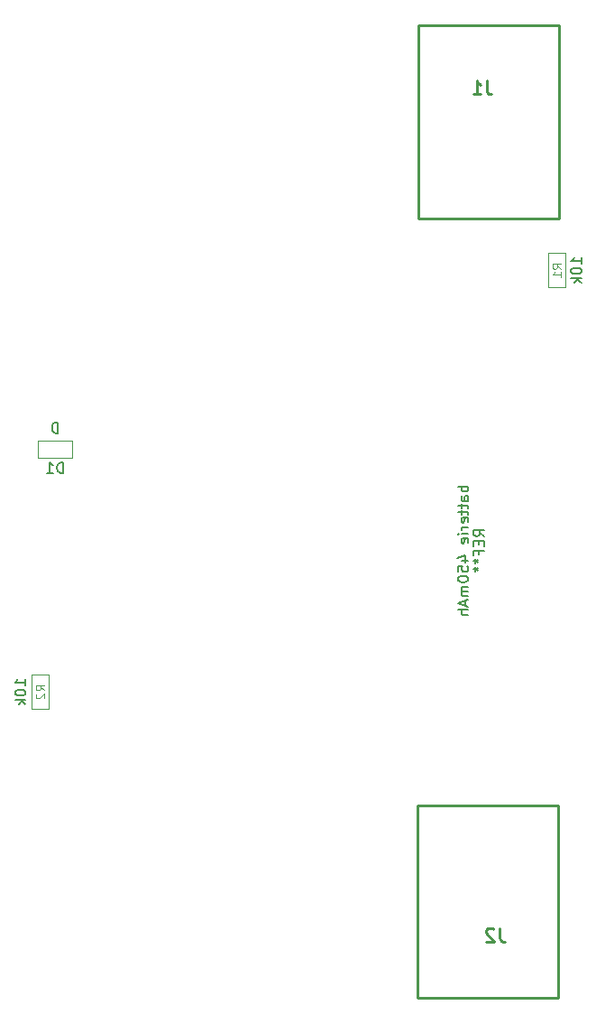
<source format=gbr>
%TF.GenerationSoftware,KiCad,Pcbnew,9.0.2*%
%TF.CreationDate,2025-07-03T17:47:10+02:00*%
%TF.ProjectId,PCB_accueil_STM,5043425f-6163-4637-9565-696c5f53544d,rev?*%
%TF.SameCoordinates,Original*%
%TF.FileFunction,AssemblyDrawing,Bot*%
%FSLAX46Y46*%
G04 Gerber Fmt 4.6, Leading zero omitted, Abs format (unit mm)*
G04 Created by KiCad (PCBNEW 9.0.2) date 2025-07-03 17:47:10*
%MOMM*%
%LPD*%
G01*
G04 APERTURE LIST*
%ADD10C,0.254000*%
%ADD11C,0.150000*%
%ADD12C,0.120000*%
%ADD13C,0.100000*%
G04 APERTURE END LIST*
D10*
X131789732Y-56262118D02*
X131789732Y-57169261D01*
X131789732Y-57169261D02*
X131850209Y-57350689D01*
X131850209Y-57350689D02*
X131971161Y-57471642D01*
X131971161Y-57471642D02*
X132152590Y-57532118D01*
X132152590Y-57532118D02*
X132273542Y-57532118D01*
X130519732Y-57532118D02*
X131245447Y-57532118D01*
X130882590Y-57532118D02*
X130882590Y-56262118D01*
X130882590Y-56262118D02*
X131003542Y-56443546D01*
X131003542Y-56443546D02*
X131124494Y-56564499D01*
X131124494Y-56564499D02*
X131245447Y-56624975D01*
D11*
X88499819Y-112950221D02*
X88499819Y-112378793D01*
X88499819Y-112664507D02*
X87499819Y-112664507D01*
X87499819Y-112664507D02*
X87642676Y-112569269D01*
X87642676Y-112569269D02*
X87737914Y-112474031D01*
X87737914Y-112474031D02*
X87785533Y-112378793D01*
X87499819Y-113569269D02*
X87499819Y-113664507D01*
X87499819Y-113664507D02*
X87547438Y-113759745D01*
X87547438Y-113759745D02*
X87595057Y-113807364D01*
X87595057Y-113807364D02*
X87690295Y-113854983D01*
X87690295Y-113854983D02*
X87880771Y-113902602D01*
X87880771Y-113902602D02*
X88118866Y-113902602D01*
X88118866Y-113902602D02*
X88309342Y-113854983D01*
X88309342Y-113854983D02*
X88404580Y-113807364D01*
X88404580Y-113807364D02*
X88452200Y-113759745D01*
X88452200Y-113759745D02*
X88499819Y-113664507D01*
X88499819Y-113664507D02*
X88499819Y-113569269D01*
X88499819Y-113569269D02*
X88452200Y-113474031D01*
X88452200Y-113474031D02*
X88404580Y-113426412D01*
X88404580Y-113426412D02*
X88309342Y-113378793D01*
X88309342Y-113378793D02*
X88118866Y-113331174D01*
X88118866Y-113331174D02*
X87880771Y-113331174D01*
X87880771Y-113331174D02*
X87690295Y-113378793D01*
X87690295Y-113378793D02*
X87595057Y-113426412D01*
X87595057Y-113426412D02*
X87547438Y-113474031D01*
X87547438Y-113474031D02*
X87499819Y-113569269D01*
X88499819Y-114331174D02*
X87499819Y-114331174D01*
X88118866Y-114426412D02*
X88499819Y-114712126D01*
X87833152Y-114712126D02*
X88214104Y-114331174D01*
D12*
X90258855Y-113412127D02*
X89877902Y-113145460D01*
X90258855Y-112954984D02*
X89458855Y-112954984D01*
X89458855Y-112954984D02*
X89458855Y-113259746D01*
X89458855Y-113259746D02*
X89496950Y-113335936D01*
X89496950Y-113335936D02*
X89535045Y-113374031D01*
X89535045Y-113374031D02*
X89611236Y-113412127D01*
X89611236Y-113412127D02*
X89725521Y-113412127D01*
X89725521Y-113412127D02*
X89801712Y-113374031D01*
X89801712Y-113374031D02*
X89839807Y-113335936D01*
X89839807Y-113335936D02*
X89877902Y-113259746D01*
X89877902Y-113259746D02*
X89877902Y-112954984D01*
X89535045Y-113716888D02*
X89496950Y-113754984D01*
X89496950Y-113754984D02*
X89458855Y-113831174D01*
X89458855Y-113831174D02*
X89458855Y-114021650D01*
X89458855Y-114021650D02*
X89496950Y-114097841D01*
X89496950Y-114097841D02*
X89535045Y-114135936D01*
X89535045Y-114135936D02*
X89611236Y-114174031D01*
X89611236Y-114174031D02*
X89687426Y-114174031D01*
X89687426Y-114174031D02*
X89801712Y-114135936D01*
X89801712Y-114135936D02*
X90258855Y-113678793D01*
X90258855Y-113678793D02*
X90258855Y-114174031D01*
D11*
X130074019Y-94307259D02*
X129074019Y-94307259D01*
X129454971Y-94307259D02*
X129407352Y-94402497D01*
X129407352Y-94402497D02*
X129407352Y-94592973D01*
X129407352Y-94592973D02*
X129454971Y-94688211D01*
X129454971Y-94688211D02*
X129502590Y-94735830D01*
X129502590Y-94735830D02*
X129597828Y-94783449D01*
X129597828Y-94783449D02*
X129883542Y-94783449D01*
X129883542Y-94783449D02*
X129978780Y-94735830D01*
X129978780Y-94735830D02*
X130026400Y-94688211D01*
X130026400Y-94688211D02*
X130074019Y-94592973D01*
X130074019Y-94592973D02*
X130074019Y-94402497D01*
X130074019Y-94402497D02*
X130026400Y-94307259D01*
X130074019Y-95640592D02*
X129550209Y-95640592D01*
X129550209Y-95640592D02*
X129454971Y-95592973D01*
X129454971Y-95592973D02*
X129407352Y-95497735D01*
X129407352Y-95497735D02*
X129407352Y-95307259D01*
X129407352Y-95307259D02*
X129454971Y-95212021D01*
X130026400Y-95640592D02*
X130074019Y-95545354D01*
X130074019Y-95545354D02*
X130074019Y-95307259D01*
X130074019Y-95307259D02*
X130026400Y-95212021D01*
X130026400Y-95212021D02*
X129931161Y-95164402D01*
X129931161Y-95164402D02*
X129835923Y-95164402D01*
X129835923Y-95164402D02*
X129740685Y-95212021D01*
X129740685Y-95212021D02*
X129693066Y-95307259D01*
X129693066Y-95307259D02*
X129693066Y-95545354D01*
X129693066Y-95545354D02*
X129645447Y-95640592D01*
X129407352Y-95973926D02*
X129407352Y-96354878D01*
X129074019Y-96116783D02*
X129931161Y-96116783D01*
X129931161Y-96116783D02*
X130026400Y-96164402D01*
X130026400Y-96164402D02*
X130074019Y-96259640D01*
X130074019Y-96259640D02*
X130074019Y-96354878D01*
X129407352Y-96545355D02*
X129407352Y-96926307D01*
X129074019Y-96688212D02*
X129931161Y-96688212D01*
X129931161Y-96688212D02*
X130026400Y-96735831D01*
X130026400Y-96735831D02*
X130074019Y-96831069D01*
X130074019Y-96831069D02*
X130074019Y-96926307D01*
X130026400Y-97640593D02*
X130074019Y-97545355D01*
X130074019Y-97545355D02*
X130074019Y-97354879D01*
X130074019Y-97354879D02*
X130026400Y-97259641D01*
X130026400Y-97259641D02*
X129931161Y-97212022D01*
X129931161Y-97212022D02*
X129550209Y-97212022D01*
X129550209Y-97212022D02*
X129454971Y-97259641D01*
X129454971Y-97259641D02*
X129407352Y-97354879D01*
X129407352Y-97354879D02*
X129407352Y-97545355D01*
X129407352Y-97545355D02*
X129454971Y-97640593D01*
X129454971Y-97640593D02*
X129550209Y-97688212D01*
X129550209Y-97688212D02*
X129645447Y-97688212D01*
X129645447Y-97688212D02*
X129740685Y-97212022D01*
X130074019Y-98116784D02*
X129407352Y-98116784D01*
X129597828Y-98116784D02*
X129502590Y-98164403D01*
X129502590Y-98164403D02*
X129454971Y-98212022D01*
X129454971Y-98212022D02*
X129407352Y-98307260D01*
X129407352Y-98307260D02*
X129407352Y-98402498D01*
X130074019Y-98735832D02*
X129407352Y-98735832D01*
X129074019Y-98735832D02*
X129121638Y-98688213D01*
X129121638Y-98688213D02*
X129169257Y-98735832D01*
X129169257Y-98735832D02*
X129121638Y-98783451D01*
X129121638Y-98783451D02*
X129074019Y-98735832D01*
X129074019Y-98735832D02*
X129169257Y-98735832D01*
X130026400Y-99592974D02*
X130074019Y-99497736D01*
X130074019Y-99497736D02*
X130074019Y-99307260D01*
X130074019Y-99307260D02*
X130026400Y-99212022D01*
X130026400Y-99212022D02*
X129931161Y-99164403D01*
X129931161Y-99164403D02*
X129550209Y-99164403D01*
X129550209Y-99164403D02*
X129454971Y-99212022D01*
X129454971Y-99212022D02*
X129407352Y-99307260D01*
X129407352Y-99307260D02*
X129407352Y-99497736D01*
X129407352Y-99497736D02*
X129454971Y-99592974D01*
X129454971Y-99592974D02*
X129550209Y-99640593D01*
X129550209Y-99640593D02*
X129645447Y-99640593D01*
X129645447Y-99640593D02*
X129740685Y-99164403D01*
X129407352Y-101259641D02*
X130074019Y-101259641D01*
X129026400Y-101021546D02*
X129740685Y-100783451D01*
X129740685Y-100783451D02*
X129740685Y-101402498D01*
X129074019Y-102259641D02*
X129074019Y-101783451D01*
X129074019Y-101783451D02*
X129550209Y-101735832D01*
X129550209Y-101735832D02*
X129502590Y-101783451D01*
X129502590Y-101783451D02*
X129454971Y-101878689D01*
X129454971Y-101878689D02*
X129454971Y-102116784D01*
X129454971Y-102116784D02*
X129502590Y-102212022D01*
X129502590Y-102212022D02*
X129550209Y-102259641D01*
X129550209Y-102259641D02*
X129645447Y-102307260D01*
X129645447Y-102307260D02*
X129883542Y-102307260D01*
X129883542Y-102307260D02*
X129978780Y-102259641D01*
X129978780Y-102259641D02*
X130026400Y-102212022D01*
X130026400Y-102212022D02*
X130074019Y-102116784D01*
X130074019Y-102116784D02*
X130074019Y-101878689D01*
X130074019Y-101878689D02*
X130026400Y-101783451D01*
X130026400Y-101783451D02*
X129978780Y-101735832D01*
X129074019Y-102926308D02*
X129074019Y-103021546D01*
X129074019Y-103021546D02*
X129121638Y-103116784D01*
X129121638Y-103116784D02*
X129169257Y-103164403D01*
X129169257Y-103164403D02*
X129264495Y-103212022D01*
X129264495Y-103212022D02*
X129454971Y-103259641D01*
X129454971Y-103259641D02*
X129693066Y-103259641D01*
X129693066Y-103259641D02*
X129883542Y-103212022D01*
X129883542Y-103212022D02*
X129978780Y-103164403D01*
X129978780Y-103164403D02*
X130026400Y-103116784D01*
X130026400Y-103116784D02*
X130074019Y-103021546D01*
X130074019Y-103021546D02*
X130074019Y-102926308D01*
X130074019Y-102926308D02*
X130026400Y-102831070D01*
X130026400Y-102831070D02*
X129978780Y-102783451D01*
X129978780Y-102783451D02*
X129883542Y-102735832D01*
X129883542Y-102735832D02*
X129693066Y-102688213D01*
X129693066Y-102688213D02*
X129454971Y-102688213D01*
X129454971Y-102688213D02*
X129264495Y-102735832D01*
X129264495Y-102735832D02*
X129169257Y-102783451D01*
X129169257Y-102783451D02*
X129121638Y-102831070D01*
X129121638Y-102831070D02*
X129074019Y-102926308D01*
X130074019Y-103688213D02*
X129407352Y-103688213D01*
X129502590Y-103688213D02*
X129454971Y-103735832D01*
X129454971Y-103735832D02*
X129407352Y-103831070D01*
X129407352Y-103831070D02*
X129407352Y-103973927D01*
X129407352Y-103973927D02*
X129454971Y-104069165D01*
X129454971Y-104069165D02*
X129550209Y-104116784D01*
X129550209Y-104116784D02*
X130074019Y-104116784D01*
X129550209Y-104116784D02*
X129454971Y-104164403D01*
X129454971Y-104164403D02*
X129407352Y-104259641D01*
X129407352Y-104259641D02*
X129407352Y-104402498D01*
X129407352Y-104402498D02*
X129454971Y-104497737D01*
X129454971Y-104497737D02*
X129550209Y-104545356D01*
X129550209Y-104545356D02*
X130074019Y-104545356D01*
X129788304Y-104973927D02*
X129788304Y-105450117D01*
X130074019Y-104878689D02*
X129074019Y-105212022D01*
X129074019Y-105212022D02*
X130074019Y-105545355D01*
X130074019Y-105878689D02*
X129074019Y-105878689D01*
X130074019Y-106307260D02*
X129550209Y-106307260D01*
X129550209Y-106307260D02*
X129454971Y-106259641D01*
X129454971Y-106259641D02*
X129407352Y-106164403D01*
X129407352Y-106164403D02*
X129407352Y-106021546D01*
X129407352Y-106021546D02*
X129454971Y-105926308D01*
X129454971Y-105926308D02*
X129502590Y-105878689D01*
X131574019Y-98973926D02*
X131097828Y-98640593D01*
X131574019Y-98402498D02*
X130574019Y-98402498D01*
X130574019Y-98402498D02*
X130574019Y-98783450D01*
X130574019Y-98783450D02*
X130621638Y-98878688D01*
X130621638Y-98878688D02*
X130669257Y-98926307D01*
X130669257Y-98926307D02*
X130764495Y-98973926D01*
X130764495Y-98973926D02*
X130907352Y-98973926D01*
X130907352Y-98973926D02*
X131002590Y-98926307D01*
X131002590Y-98926307D02*
X131050209Y-98878688D01*
X131050209Y-98878688D02*
X131097828Y-98783450D01*
X131097828Y-98783450D02*
X131097828Y-98402498D01*
X131050209Y-99402498D02*
X131050209Y-99735831D01*
X131574019Y-99878688D02*
X131574019Y-99402498D01*
X131574019Y-99402498D02*
X130574019Y-99402498D01*
X130574019Y-99402498D02*
X130574019Y-99878688D01*
X131050209Y-100640593D02*
X131050209Y-100307260D01*
X131574019Y-100307260D02*
X130574019Y-100307260D01*
X130574019Y-100307260D02*
X130574019Y-100783450D01*
X130574019Y-101307260D02*
X130812114Y-101307260D01*
X130716876Y-101069165D02*
X130812114Y-101307260D01*
X130812114Y-101307260D02*
X130716876Y-101545355D01*
X131002590Y-101164403D02*
X130812114Y-101307260D01*
X130812114Y-101307260D02*
X131002590Y-101450117D01*
X130574019Y-102069165D02*
X130812114Y-102069165D01*
X130716876Y-101831070D02*
X130812114Y-102069165D01*
X130812114Y-102069165D02*
X130716876Y-102307260D01*
X131002590Y-101926308D02*
X130812114Y-102069165D01*
X130812114Y-102069165D02*
X131002590Y-102212022D01*
D10*
X132985332Y-135703778D02*
X132985332Y-136610921D01*
X132985332Y-136610921D02*
X133045809Y-136792349D01*
X133045809Y-136792349D02*
X133166761Y-136913302D01*
X133166761Y-136913302D02*
X133348190Y-136973778D01*
X133348190Y-136973778D02*
X133469142Y-136973778D01*
X132441047Y-135824730D02*
X132380571Y-135764254D01*
X132380571Y-135764254D02*
X132259618Y-135703778D01*
X132259618Y-135703778D02*
X131957237Y-135703778D01*
X131957237Y-135703778D02*
X131836285Y-135764254D01*
X131836285Y-135764254D02*
X131775809Y-135824730D01*
X131775809Y-135824730D02*
X131715332Y-135945682D01*
X131715332Y-135945682D02*
X131715332Y-136066635D01*
X131715332Y-136066635D02*
X131775809Y-136248063D01*
X131775809Y-136248063D02*
X132501523Y-136973778D01*
X132501523Y-136973778D02*
X131715332Y-136973778D01*
D11*
X91543104Y-89287879D02*
X91543104Y-88287879D01*
X91543104Y-88287879D02*
X91305009Y-88287879D01*
X91305009Y-88287879D02*
X91162152Y-88335498D01*
X91162152Y-88335498D02*
X91066914Y-88430736D01*
X91066914Y-88430736D02*
X91019295Y-88525974D01*
X91019295Y-88525974D02*
X90971676Y-88716450D01*
X90971676Y-88716450D02*
X90971676Y-88859307D01*
X90971676Y-88859307D02*
X91019295Y-89049783D01*
X91019295Y-89049783D02*
X91066914Y-89145021D01*
X91066914Y-89145021D02*
X91162152Y-89240260D01*
X91162152Y-89240260D02*
X91305009Y-89287879D01*
X91305009Y-89287879D02*
X91543104Y-89287879D01*
X92019294Y-93037879D02*
X92019294Y-92037879D01*
X92019294Y-92037879D02*
X91781199Y-92037879D01*
X91781199Y-92037879D02*
X91638342Y-92085498D01*
X91638342Y-92085498D02*
X91543104Y-92180736D01*
X91543104Y-92180736D02*
X91495485Y-92275974D01*
X91495485Y-92275974D02*
X91447866Y-92466450D01*
X91447866Y-92466450D02*
X91447866Y-92609307D01*
X91447866Y-92609307D02*
X91495485Y-92799783D01*
X91495485Y-92799783D02*
X91543104Y-92895021D01*
X91543104Y-92895021D02*
X91638342Y-92990260D01*
X91638342Y-92990260D02*
X91781199Y-93037879D01*
X91781199Y-93037879D02*
X92019294Y-93037879D01*
X90495485Y-93037879D02*
X91066913Y-93037879D01*
X90781199Y-93037879D02*
X90781199Y-92037879D01*
X90781199Y-92037879D02*
X90876437Y-92180736D01*
X90876437Y-92180736D02*
X90971675Y-92275974D01*
X90971675Y-92275974D02*
X91066913Y-92323593D01*
X140699819Y-73425221D02*
X140699819Y-72853793D01*
X140699819Y-73139507D02*
X139699819Y-73139507D01*
X139699819Y-73139507D02*
X139842676Y-73044269D01*
X139842676Y-73044269D02*
X139937914Y-72949031D01*
X139937914Y-72949031D02*
X139985533Y-72853793D01*
X139699819Y-74044269D02*
X139699819Y-74139507D01*
X139699819Y-74139507D02*
X139747438Y-74234745D01*
X139747438Y-74234745D02*
X139795057Y-74282364D01*
X139795057Y-74282364D02*
X139890295Y-74329983D01*
X139890295Y-74329983D02*
X140080771Y-74377602D01*
X140080771Y-74377602D02*
X140318866Y-74377602D01*
X140318866Y-74377602D02*
X140509342Y-74329983D01*
X140509342Y-74329983D02*
X140604580Y-74282364D01*
X140604580Y-74282364D02*
X140652200Y-74234745D01*
X140652200Y-74234745D02*
X140699819Y-74139507D01*
X140699819Y-74139507D02*
X140699819Y-74044269D01*
X140699819Y-74044269D02*
X140652200Y-73949031D01*
X140652200Y-73949031D02*
X140604580Y-73901412D01*
X140604580Y-73901412D02*
X140509342Y-73853793D01*
X140509342Y-73853793D02*
X140318866Y-73806174D01*
X140318866Y-73806174D02*
X140080771Y-73806174D01*
X140080771Y-73806174D02*
X139890295Y-73853793D01*
X139890295Y-73853793D02*
X139795057Y-73901412D01*
X139795057Y-73901412D02*
X139747438Y-73949031D01*
X139747438Y-73949031D02*
X139699819Y-74044269D01*
X140699819Y-74806174D02*
X139699819Y-74806174D01*
X140318866Y-74901412D02*
X140699819Y-75187126D01*
X140033152Y-75187126D02*
X140414104Y-74806174D01*
D12*
X138758855Y-73887127D02*
X138377902Y-73620460D01*
X138758855Y-73429984D02*
X137958855Y-73429984D01*
X137958855Y-73429984D02*
X137958855Y-73734746D01*
X137958855Y-73734746D02*
X137996950Y-73810936D01*
X137996950Y-73810936D02*
X138035045Y-73849031D01*
X138035045Y-73849031D02*
X138111236Y-73887127D01*
X138111236Y-73887127D02*
X138225521Y-73887127D01*
X138225521Y-73887127D02*
X138301712Y-73849031D01*
X138301712Y-73849031D02*
X138339807Y-73810936D01*
X138339807Y-73810936D02*
X138377902Y-73734746D01*
X138377902Y-73734746D02*
X138377902Y-73429984D01*
X138758855Y-74649031D02*
X138758855Y-74191888D01*
X138758855Y-74420460D02*
X137958855Y-74420460D01*
X137958855Y-74420460D02*
X138073140Y-74344269D01*
X138073140Y-74344269D02*
X138149331Y-74268079D01*
X138149331Y-74268079D02*
X138187426Y-74191888D01*
D10*
%TO.C,J1*%
X125392400Y-51071800D02*
X138602400Y-51071800D01*
X125392400Y-69171800D02*
X125392400Y-51071800D01*
X138602400Y-51071800D02*
X138602400Y-69171800D01*
X138602400Y-69171800D02*
X125392400Y-69171800D01*
D13*
%TO.C,R2*%
X89095000Y-111945460D02*
X89095000Y-115145460D01*
X89095000Y-115145460D02*
X90695000Y-115145460D01*
X90695000Y-111945460D02*
X89095000Y-111945460D01*
X90695000Y-115145460D02*
X90695000Y-111945460D01*
D10*
%TO.C,J2*%
X125326000Y-124185460D02*
X138536000Y-124185460D01*
X125326000Y-142285460D02*
X125326000Y-124185460D01*
X138536000Y-124185460D02*
X138536000Y-142285460D01*
X138536000Y-142285460D02*
X125326000Y-142285460D01*
D13*
%TO.C,D1*%
X89681200Y-90033060D02*
X92881200Y-90033060D01*
X89681200Y-91633060D02*
X89681200Y-90033060D01*
X92881200Y-90033060D02*
X92881200Y-91633060D01*
X92881200Y-91633060D02*
X89681200Y-91633060D01*
%TO.C,R1*%
X137595000Y-72420460D02*
X137595000Y-75620460D01*
X137595000Y-75620460D02*
X139195000Y-75620460D01*
X139195000Y-72420460D02*
X137595000Y-72420460D01*
X139195000Y-75620460D02*
X139195000Y-72420460D01*
%TD*%
M02*

</source>
